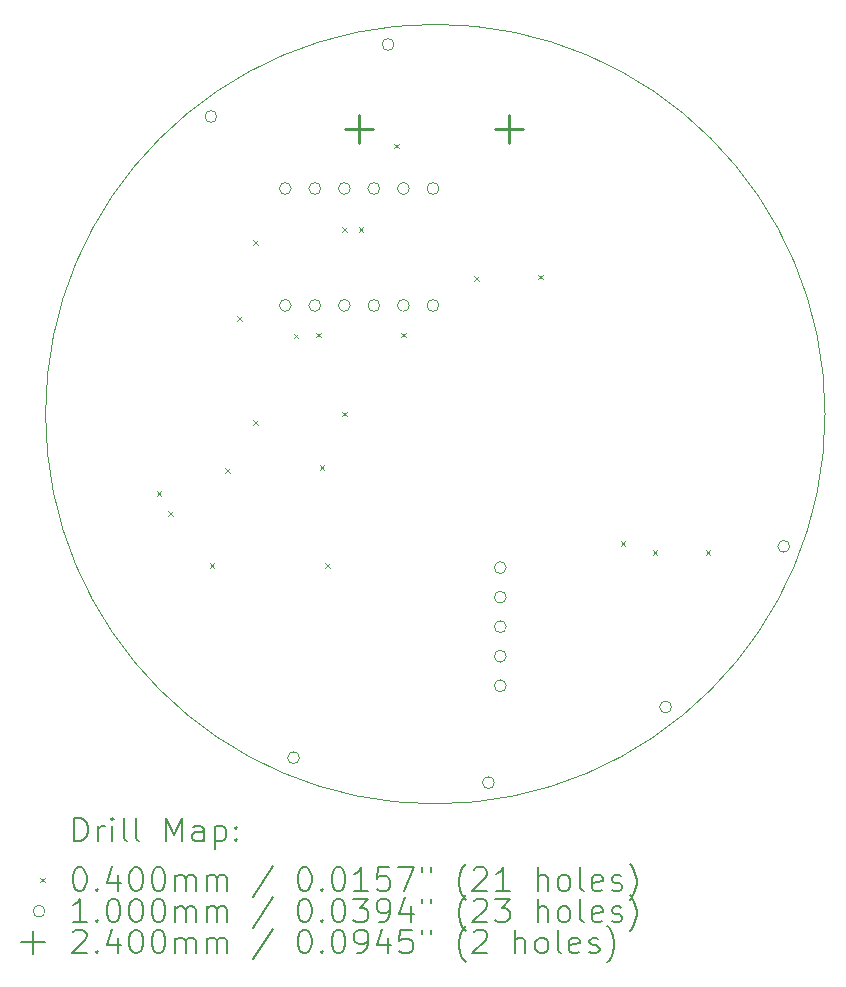
<source format=gbr>
%TF.GenerationSoftware,KiCad,Pcbnew,7.0.1*%
%TF.CreationDate,2023-05-12T08:34:51-04:00*%
%TF.ProjectId,digital_compass,64696769-7461-46c5-9f63-6f6d70617373,rev?*%
%TF.SameCoordinates,Original*%
%TF.FileFunction,Drillmap*%
%TF.FilePolarity,Positive*%
%FSLAX45Y45*%
G04 Gerber Fmt 4.5, Leading zero omitted, Abs format (unit mm)*
G04 Created by KiCad (PCBNEW 7.0.1) date 2023-05-12 08:34:51*
%MOMM*%
%LPD*%
G01*
G04 APERTURE LIST*
%ADD10C,0.100000*%
%ADD11C,0.200000*%
%ADD12C,0.040000*%
%ADD13C,0.240000*%
G04 APERTURE END LIST*
D10*
X13300000Y-10000000D02*
G75*
G03*
X13300000Y-10000000I-3300000J0D01*
G01*
D11*
D12*
X7640000Y-10650000D02*
X7680000Y-10690000D01*
X7680000Y-10650000D02*
X7640000Y-10690000D01*
X7740000Y-10820000D02*
X7780000Y-10860000D01*
X7780000Y-10820000D02*
X7740000Y-10860000D01*
X8090000Y-11260000D02*
X8130000Y-11300000D01*
X8130000Y-11260000D02*
X8090000Y-11300000D01*
X8220000Y-10460000D02*
X8260000Y-10500000D01*
X8260000Y-10460000D02*
X8220000Y-10500000D01*
X8320000Y-9170000D02*
X8360000Y-9210000D01*
X8360000Y-9170000D02*
X8320000Y-9210000D01*
X8460000Y-8530000D02*
X8500000Y-8570000D01*
X8500000Y-8530000D02*
X8460000Y-8570000D01*
X8460000Y-10050000D02*
X8500000Y-10090000D01*
X8500000Y-10050000D02*
X8460000Y-10090000D01*
X8800000Y-9320000D02*
X8840000Y-9360000D01*
X8840000Y-9320000D02*
X8800000Y-9360000D01*
X8990000Y-9310000D02*
X9030000Y-9350000D01*
X9030000Y-9310000D02*
X8990000Y-9350000D01*
X9020000Y-10430000D02*
X9060000Y-10470000D01*
X9060000Y-10430000D02*
X9020000Y-10470000D01*
X9070000Y-11260000D02*
X9110000Y-11300000D01*
X9110000Y-11260000D02*
X9070000Y-11300000D01*
X9210000Y-8420000D02*
X9250000Y-8460000D01*
X9250000Y-8420000D02*
X9210000Y-8460000D01*
X9210000Y-9980000D02*
X9250000Y-10020000D01*
X9250000Y-9980000D02*
X9210000Y-10020000D01*
X9350000Y-8420000D02*
X9390000Y-8460000D01*
X9390000Y-8420000D02*
X9350000Y-8460000D01*
X9650000Y-7710000D02*
X9690000Y-7750000D01*
X9690000Y-7710000D02*
X9650000Y-7750000D01*
X9710000Y-9310000D02*
X9750000Y-9350000D01*
X9750000Y-9310000D02*
X9710000Y-9350000D01*
X10330000Y-8830000D02*
X10370000Y-8870000D01*
X10370000Y-8830000D02*
X10330000Y-8870000D01*
X10870000Y-8820000D02*
X10910000Y-8860000D01*
X10910000Y-8820000D02*
X10870000Y-8860000D01*
X11570000Y-11077550D02*
X11610000Y-11117550D01*
X11610000Y-11077550D02*
X11570000Y-11117550D01*
X11840000Y-11150000D02*
X11880000Y-11190000D01*
X11880000Y-11150000D02*
X11840000Y-11190000D01*
X12290000Y-11150000D02*
X12330000Y-11190000D01*
X12330000Y-11150000D02*
X12290000Y-11190000D01*
D10*
X8150000Y-7480000D02*
G75*
G03*
X8150000Y-7480000I-50000J0D01*
G01*
X8780000Y-8090000D02*
G75*
G03*
X8780000Y-8090000I-50000J0D01*
G01*
X8780000Y-9080000D02*
G75*
G03*
X8780000Y-9080000I-50000J0D01*
G01*
X8850000Y-12910000D02*
G75*
G03*
X8850000Y-12910000I-50000J0D01*
G01*
X9030000Y-8090000D02*
G75*
G03*
X9030000Y-8090000I-50000J0D01*
G01*
X9030000Y-9080000D02*
G75*
G03*
X9030000Y-9080000I-50000J0D01*
G01*
X9280000Y-8090000D02*
G75*
G03*
X9280000Y-8090000I-50000J0D01*
G01*
X9280000Y-9080000D02*
G75*
G03*
X9280000Y-9080000I-50000J0D01*
G01*
X9530000Y-8090000D02*
G75*
G03*
X9530000Y-8090000I-50000J0D01*
G01*
X9530000Y-9080000D02*
G75*
G03*
X9530000Y-9080000I-50000J0D01*
G01*
X9650000Y-6870000D02*
G75*
G03*
X9650000Y-6870000I-50000J0D01*
G01*
X9780000Y-8090000D02*
G75*
G03*
X9780000Y-8090000I-50000J0D01*
G01*
X9780000Y-9080000D02*
G75*
G03*
X9780000Y-9080000I-50000J0D01*
G01*
X10030000Y-8090000D02*
G75*
G03*
X10030000Y-8090000I-50000J0D01*
G01*
X10030000Y-9080000D02*
G75*
G03*
X10030000Y-9080000I-50000J0D01*
G01*
X10500000Y-13120000D02*
G75*
G03*
X10500000Y-13120000I-50000J0D01*
G01*
X10600000Y-11300000D02*
G75*
G03*
X10600000Y-11300000I-50000J0D01*
G01*
X10600000Y-11550000D02*
G75*
G03*
X10600000Y-11550000I-50000J0D01*
G01*
X10600000Y-11800000D02*
G75*
G03*
X10600000Y-11800000I-50000J0D01*
G01*
X10600000Y-12050000D02*
G75*
G03*
X10600000Y-12050000I-50000J0D01*
G01*
X10600000Y-12300000D02*
G75*
G03*
X10600000Y-12300000I-50000J0D01*
G01*
X12000000Y-12480000D02*
G75*
G03*
X12000000Y-12480000I-50000J0D01*
G01*
X13000000Y-11120000D02*
G75*
G03*
X13000000Y-11120000I-50000J0D01*
G01*
D13*
X9355000Y-7465000D02*
X9355000Y-7705000D01*
X9235000Y-7585000D02*
X9475000Y-7585000D01*
X10625000Y-7465000D02*
X10625000Y-7705000D01*
X10505000Y-7585000D02*
X10745000Y-7585000D01*
D11*
X6942619Y-13617524D02*
X6942619Y-13417524D01*
X6942619Y-13417524D02*
X6990238Y-13417524D01*
X6990238Y-13417524D02*
X7018809Y-13427048D01*
X7018809Y-13427048D02*
X7037857Y-13446095D01*
X7037857Y-13446095D02*
X7047381Y-13465143D01*
X7047381Y-13465143D02*
X7056905Y-13503238D01*
X7056905Y-13503238D02*
X7056905Y-13531809D01*
X7056905Y-13531809D02*
X7047381Y-13569905D01*
X7047381Y-13569905D02*
X7037857Y-13588952D01*
X7037857Y-13588952D02*
X7018809Y-13608000D01*
X7018809Y-13608000D02*
X6990238Y-13617524D01*
X6990238Y-13617524D02*
X6942619Y-13617524D01*
X7142619Y-13617524D02*
X7142619Y-13484190D01*
X7142619Y-13522286D02*
X7152143Y-13503238D01*
X7152143Y-13503238D02*
X7161667Y-13493714D01*
X7161667Y-13493714D02*
X7180714Y-13484190D01*
X7180714Y-13484190D02*
X7199762Y-13484190D01*
X7266428Y-13617524D02*
X7266428Y-13484190D01*
X7266428Y-13417524D02*
X7256905Y-13427048D01*
X7256905Y-13427048D02*
X7266428Y-13436571D01*
X7266428Y-13436571D02*
X7275952Y-13427048D01*
X7275952Y-13427048D02*
X7266428Y-13417524D01*
X7266428Y-13417524D02*
X7266428Y-13436571D01*
X7390238Y-13617524D02*
X7371190Y-13608000D01*
X7371190Y-13608000D02*
X7361667Y-13588952D01*
X7361667Y-13588952D02*
X7361667Y-13417524D01*
X7495000Y-13617524D02*
X7475952Y-13608000D01*
X7475952Y-13608000D02*
X7466428Y-13588952D01*
X7466428Y-13588952D02*
X7466428Y-13417524D01*
X7723571Y-13617524D02*
X7723571Y-13417524D01*
X7723571Y-13417524D02*
X7790238Y-13560381D01*
X7790238Y-13560381D02*
X7856905Y-13417524D01*
X7856905Y-13417524D02*
X7856905Y-13617524D01*
X8037857Y-13617524D02*
X8037857Y-13512762D01*
X8037857Y-13512762D02*
X8028333Y-13493714D01*
X8028333Y-13493714D02*
X8009286Y-13484190D01*
X8009286Y-13484190D02*
X7971190Y-13484190D01*
X7971190Y-13484190D02*
X7952143Y-13493714D01*
X8037857Y-13608000D02*
X8018809Y-13617524D01*
X8018809Y-13617524D02*
X7971190Y-13617524D01*
X7971190Y-13617524D02*
X7952143Y-13608000D01*
X7952143Y-13608000D02*
X7942619Y-13588952D01*
X7942619Y-13588952D02*
X7942619Y-13569905D01*
X7942619Y-13569905D02*
X7952143Y-13550857D01*
X7952143Y-13550857D02*
X7971190Y-13541333D01*
X7971190Y-13541333D02*
X8018809Y-13541333D01*
X8018809Y-13541333D02*
X8037857Y-13531809D01*
X8133095Y-13484190D02*
X8133095Y-13684190D01*
X8133095Y-13493714D02*
X8152143Y-13484190D01*
X8152143Y-13484190D02*
X8190238Y-13484190D01*
X8190238Y-13484190D02*
X8209286Y-13493714D01*
X8209286Y-13493714D02*
X8218809Y-13503238D01*
X8218809Y-13503238D02*
X8228333Y-13522286D01*
X8228333Y-13522286D02*
X8228333Y-13579428D01*
X8228333Y-13579428D02*
X8218809Y-13598476D01*
X8218809Y-13598476D02*
X8209286Y-13608000D01*
X8209286Y-13608000D02*
X8190238Y-13617524D01*
X8190238Y-13617524D02*
X8152143Y-13617524D01*
X8152143Y-13617524D02*
X8133095Y-13608000D01*
X8314048Y-13598476D02*
X8323571Y-13608000D01*
X8323571Y-13608000D02*
X8314048Y-13617524D01*
X8314048Y-13617524D02*
X8304524Y-13608000D01*
X8304524Y-13608000D02*
X8314048Y-13598476D01*
X8314048Y-13598476D02*
X8314048Y-13617524D01*
X8314048Y-13493714D02*
X8323571Y-13503238D01*
X8323571Y-13503238D02*
X8314048Y-13512762D01*
X8314048Y-13512762D02*
X8304524Y-13503238D01*
X8304524Y-13503238D02*
X8314048Y-13493714D01*
X8314048Y-13493714D02*
X8314048Y-13512762D01*
D12*
X6655000Y-13925000D02*
X6695000Y-13965000D01*
X6695000Y-13925000D02*
X6655000Y-13965000D01*
D11*
X6980714Y-13837524D02*
X6999762Y-13837524D01*
X6999762Y-13837524D02*
X7018809Y-13847048D01*
X7018809Y-13847048D02*
X7028333Y-13856571D01*
X7028333Y-13856571D02*
X7037857Y-13875619D01*
X7037857Y-13875619D02*
X7047381Y-13913714D01*
X7047381Y-13913714D02*
X7047381Y-13961333D01*
X7047381Y-13961333D02*
X7037857Y-13999428D01*
X7037857Y-13999428D02*
X7028333Y-14018476D01*
X7028333Y-14018476D02*
X7018809Y-14028000D01*
X7018809Y-14028000D02*
X6999762Y-14037524D01*
X6999762Y-14037524D02*
X6980714Y-14037524D01*
X6980714Y-14037524D02*
X6961667Y-14028000D01*
X6961667Y-14028000D02*
X6952143Y-14018476D01*
X6952143Y-14018476D02*
X6942619Y-13999428D01*
X6942619Y-13999428D02*
X6933095Y-13961333D01*
X6933095Y-13961333D02*
X6933095Y-13913714D01*
X6933095Y-13913714D02*
X6942619Y-13875619D01*
X6942619Y-13875619D02*
X6952143Y-13856571D01*
X6952143Y-13856571D02*
X6961667Y-13847048D01*
X6961667Y-13847048D02*
X6980714Y-13837524D01*
X7133095Y-14018476D02*
X7142619Y-14028000D01*
X7142619Y-14028000D02*
X7133095Y-14037524D01*
X7133095Y-14037524D02*
X7123571Y-14028000D01*
X7123571Y-14028000D02*
X7133095Y-14018476D01*
X7133095Y-14018476D02*
X7133095Y-14037524D01*
X7314048Y-13904190D02*
X7314048Y-14037524D01*
X7266428Y-13828000D02*
X7218809Y-13970857D01*
X7218809Y-13970857D02*
X7342619Y-13970857D01*
X7456905Y-13837524D02*
X7475952Y-13837524D01*
X7475952Y-13837524D02*
X7495000Y-13847048D01*
X7495000Y-13847048D02*
X7504524Y-13856571D01*
X7504524Y-13856571D02*
X7514048Y-13875619D01*
X7514048Y-13875619D02*
X7523571Y-13913714D01*
X7523571Y-13913714D02*
X7523571Y-13961333D01*
X7523571Y-13961333D02*
X7514048Y-13999428D01*
X7514048Y-13999428D02*
X7504524Y-14018476D01*
X7504524Y-14018476D02*
X7495000Y-14028000D01*
X7495000Y-14028000D02*
X7475952Y-14037524D01*
X7475952Y-14037524D02*
X7456905Y-14037524D01*
X7456905Y-14037524D02*
X7437857Y-14028000D01*
X7437857Y-14028000D02*
X7428333Y-14018476D01*
X7428333Y-14018476D02*
X7418809Y-13999428D01*
X7418809Y-13999428D02*
X7409286Y-13961333D01*
X7409286Y-13961333D02*
X7409286Y-13913714D01*
X7409286Y-13913714D02*
X7418809Y-13875619D01*
X7418809Y-13875619D02*
X7428333Y-13856571D01*
X7428333Y-13856571D02*
X7437857Y-13847048D01*
X7437857Y-13847048D02*
X7456905Y-13837524D01*
X7647381Y-13837524D02*
X7666429Y-13837524D01*
X7666429Y-13837524D02*
X7685476Y-13847048D01*
X7685476Y-13847048D02*
X7695000Y-13856571D01*
X7695000Y-13856571D02*
X7704524Y-13875619D01*
X7704524Y-13875619D02*
X7714048Y-13913714D01*
X7714048Y-13913714D02*
X7714048Y-13961333D01*
X7714048Y-13961333D02*
X7704524Y-13999428D01*
X7704524Y-13999428D02*
X7695000Y-14018476D01*
X7695000Y-14018476D02*
X7685476Y-14028000D01*
X7685476Y-14028000D02*
X7666429Y-14037524D01*
X7666429Y-14037524D02*
X7647381Y-14037524D01*
X7647381Y-14037524D02*
X7628333Y-14028000D01*
X7628333Y-14028000D02*
X7618809Y-14018476D01*
X7618809Y-14018476D02*
X7609286Y-13999428D01*
X7609286Y-13999428D02*
X7599762Y-13961333D01*
X7599762Y-13961333D02*
X7599762Y-13913714D01*
X7599762Y-13913714D02*
X7609286Y-13875619D01*
X7609286Y-13875619D02*
X7618809Y-13856571D01*
X7618809Y-13856571D02*
X7628333Y-13847048D01*
X7628333Y-13847048D02*
X7647381Y-13837524D01*
X7799762Y-14037524D02*
X7799762Y-13904190D01*
X7799762Y-13923238D02*
X7809286Y-13913714D01*
X7809286Y-13913714D02*
X7828333Y-13904190D01*
X7828333Y-13904190D02*
X7856905Y-13904190D01*
X7856905Y-13904190D02*
X7875952Y-13913714D01*
X7875952Y-13913714D02*
X7885476Y-13932762D01*
X7885476Y-13932762D02*
X7885476Y-14037524D01*
X7885476Y-13932762D02*
X7895000Y-13913714D01*
X7895000Y-13913714D02*
X7914048Y-13904190D01*
X7914048Y-13904190D02*
X7942619Y-13904190D01*
X7942619Y-13904190D02*
X7961667Y-13913714D01*
X7961667Y-13913714D02*
X7971190Y-13932762D01*
X7971190Y-13932762D02*
X7971190Y-14037524D01*
X8066429Y-14037524D02*
X8066429Y-13904190D01*
X8066429Y-13923238D02*
X8075952Y-13913714D01*
X8075952Y-13913714D02*
X8095000Y-13904190D01*
X8095000Y-13904190D02*
X8123571Y-13904190D01*
X8123571Y-13904190D02*
X8142619Y-13913714D01*
X8142619Y-13913714D02*
X8152143Y-13932762D01*
X8152143Y-13932762D02*
X8152143Y-14037524D01*
X8152143Y-13932762D02*
X8161667Y-13913714D01*
X8161667Y-13913714D02*
X8180714Y-13904190D01*
X8180714Y-13904190D02*
X8209286Y-13904190D01*
X8209286Y-13904190D02*
X8228333Y-13913714D01*
X8228333Y-13913714D02*
X8237857Y-13932762D01*
X8237857Y-13932762D02*
X8237857Y-14037524D01*
X8628333Y-13828000D02*
X8456905Y-14085143D01*
X8885476Y-13837524D02*
X8904524Y-13837524D01*
X8904524Y-13837524D02*
X8923572Y-13847048D01*
X8923572Y-13847048D02*
X8933095Y-13856571D01*
X8933095Y-13856571D02*
X8942619Y-13875619D01*
X8942619Y-13875619D02*
X8952143Y-13913714D01*
X8952143Y-13913714D02*
X8952143Y-13961333D01*
X8952143Y-13961333D02*
X8942619Y-13999428D01*
X8942619Y-13999428D02*
X8933095Y-14018476D01*
X8933095Y-14018476D02*
X8923572Y-14028000D01*
X8923572Y-14028000D02*
X8904524Y-14037524D01*
X8904524Y-14037524D02*
X8885476Y-14037524D01*
X8885476Y-14037524D02*
X8866429Y-14028000D01*
X8866429Y-14028000D02*
X8856905Y-14018476D01*
X8856905Y-14018476D02*
X8847381Y-13999428D01*
X8847381Y-13999428D02*
X8837857Y-13961333D01*
X8837857Y-13961333D02*
X8837857Y-13913714D01*
X8837857Y-13913714D02*
X8847381Y-13875619D01*
X8847381Y-13875619D02*
X8856905Y-13856571D01*
X8856905Y-13856571D02*
X8866429Y-13847048D01*
X8866429Y-13847048D02*
X8885476Y-13837524D01*
X9037857Y-14018476D02*
X9047381Y-14028000D01*
X9047381Y-14028000D02*
X9037857Y-14037524D01*
X9037857Y-14037524D02*
X9028334Y-14028000D01*
X9028334Y-14028000D02*
X9037857Y-14018476D01*
X9037857Y-14018476D02*
X9037857Y-14037524D01*
X9171191Y-13837524D02*
X9190238Y-13837524D01*
X9190238Y-13837524D02*
X9209286Y-13847048D01*
X9209286Y-13847048D02*
X9218810Y-13856571D01*
X9218810Y-13856571D02*
X9228334Y-13875619D01*
X9228334Y-13875619D02*
X9237857Y-13913714D01*
X9237857Y-13913714D02*
X9237857Y-13961333D01*
X9237857Y-13961333D02*
X9228334Y-13999428D01*
X9228334Y-13999428D02*
X9218810Y-14018476D01*
X9218810Y-14018476D02*
X9209286Y-14028000D01*
X9209286Y-14028000D02*
X9190238Y-14037524D01*
X9190238Y-14037524D02*
X9171191Y-14037524D01*
X9171191Y-14037524D02*
X9152143Y-14028000D01*
X9152143Y-14028000D02*
X9142619Y-14018476D01*
X9142619Y-14018476D02*
X9133095Y-13999428D01*
X9133095Y-13999428D02*
X9123572Y-13961333D01*
X9123572Y-13961333D02*
X9123572Y-13913714D01*
X9123572Y-13913714D02*
X9133095Y-13875619D01*
X9133095Y-13875619D02*
X9142619Y-13856571D01*
X9142619Y-13856571D02*
X9152143Y-13847048D01*
X9152143Y-13847048D02*
X9171191Y-13837524D01*
X9428334Y-14037524D02*
X9314048Y-14037524D01*
X9371191Y-14037524D02*
X9371191Y-13837524D01*
X9371191Y-13837524D02*
X9352143Y-13866095D01*
X9352143Y-13866095D02*
X9333095Y-13885143D01*
X9333095Y-13885143D02*
X9314048Y-13894667D01*
X9609286Y-13837524D02*
X9514048Y-13837524D01*
X9514048Y-13837524D02*
X9504524Y-13932762D01*
X9504524Y-13932762D02*
X9514048Y-13923238D01*
X9514048Y-13923238D02*
X9533095Y-13913714D01*
X9533095Y-13913714D02*
X9580715Y-13913714D01*
X9580715Y-13913714D02*
X9599762Y-13923238D01*
X9599762Y-13923238D02*
X9609286Y-13932762D01*
X9609286Y-13932762D02*
X9618810Y-13951809D01*
X9618810Y-13951809D02*
X9618810Y-13999428D01*
X9618810Y-13999428D02*
X9609286Y-14018476D01*
X9609286Y-14018476D02*
X9599762Y-14028000D01*
X9599762Y-14028000D02*
X9580715Y-14037524D01*
X9580715Y-14037524D02*
X9533095Y-14037524D01*
X9533095Y-14037524D02*
X9514048Y-14028000D01*
X9514048Y-14028000D02*
X9504524Y-14018476D01*
X9685476Y-13837524D02*
X9818810Y-13837524D01*
X9818810Y-13837524D02*
X9733095Y-14037524D01*
X9885476Y-13837524D02*
X9885476Y-13875619D01*
X9961667Y-13837524D02*
X9961667Y-13875619D01*
X10256905Y-14113714D02*
X10247381Y-14104190D01*
X10247381Y-14104190D02*
X10228334Y-14075619D01*
X10228334Y-14075619D02*
X10218810Y-14056571D01*
X10218810Y-14056571D02*
X10209286Y-14028000D01*
X10209286Y-14028000D02*
X10199762Y-13980381D01*
X10199762Y-13980381D02*
X10199762Y-13942286D01*
X10199762Y-13942286D02*
X10209286Y-13894667D01*
X10209286Y-13894667D02*
X10218810Y-13866095D01*
X10218810Y-13866095D02*
X10228334Y-13847048D01*
X10228334Y-13847048D02*
X10247381Y-13818476D01*
X10247381Y-13818476D02*
X10256905Y-13808952D01*
X10323572Y-13856571D02*
X10333096Y-13847048D01*
X10333096Y-13847048D02*
X10352143Y-13837524D01*
X10352143Y-13837524D02*
X10399762Y-13837524D01*
X10399762Y-13837524D02*
X10418810Y-13847048D01*
X10418810Y-13847048D02*
X10428334Y-13856571D01*
X10428334Y-13856571D02*
X10437857Y-13875619D01*
X10437857Y-13875619D02*
X10437857Y-13894667D01*
X10437857Y-13894667D02*
X10428334Y-13923238D01*
X10428334Y-13923238D02*
X10314048Y-14037524D01*
X10314048Y-14037524D02*
X10437857Y-14037524D01*
X10628334Y-14037524D02*
X10514048Y-14037524D01*
X10571191Y-14037524D02*
X10571191Y-13837524D01*
X10571191Y-13837524D02*
X10552143Y-13866095D01*
X10552143Y-13866095D02*
X10533096Y-13885143D01*
X10533096Y-13885143D02*
X10514048Y-13894667D01*
X10866429Y-14037524D02*
X10866429Y-13837524D01*
X10952143Y-14037524D02*
X10952143Y-13932762D01*
X10952143Y-13932762D02*
X10942619Y-13913714D01*
X10942619Y-13913714D02*
X10923572Y-13904190D01*
X10923572Y-13904190D02*
X10895000Y-13904190D01*
X10895000Y-13904190D02*
X10875953Y-13913714D01*
X10875953Y-13913714D02*
X10866429Y-13923238D01*
X11075953Y-14037524D02*
X11056905Y-14028000D01*
X11056905Y-14028000D02*
X11047381Y-14018476D01*
X11047381Y-14018476D02*
X11037858Y-13999428D01*
X11037858Y-13999428D02*
X11037858Y-13942286D01*
X11037858Y-13942286D02*
X11047381Y-13923238D01*
X11047381Y-13923238D02*
X11056905Y-13913714D01*
X11056905Y-13913714D02*
X11075953Y-13904190D01*
X11075953Y-13904190D02*
X11104524Y-13904190D01*
X11104524Y-13904190D02*
X11123572Y-13913714D01*
X11123572Y-13913714D02*
X11133096Y-13923238D01*
X11133096Y-13923238D02*
X11142619Y-13942286D01*
X11142619Y-13942286D02*
X11142619Y-13999428D01*
X11142619Y-13999428D02*
X11133096Y-14018476D01*
X11133096Y-14018476D02*
X11123572Y-14028000D01*
X11123572Y-14028000D02*
X11104524Y-14037524D01*
X11104524Y-14037524D02*
X11075953Y-14037524D01*
X11256905Y-14037524D02*
X11237857Y-14028000D01*
X11237857Y-14028000D02*
X11228334Y-14008952D01*
X11228334Y-14008952D02*
X11228334Y-13837524D01*
X11409286Y-14028000D02*
X11390238Y-14037524D01*
X11390238Y-14037524D02*
X11352143Y-14037524D01*
X11352143Y-14037524D02*
X11333096Y-14028000D01*
X11333096Y-14028000D02*
X11323572Y-14008952D01*
X11323572Y-14008952D02*
X11323572Y-13932762D01*
X11323572Y-13932762D02*
X11333096Y-13913714D01*
X11333096Y-13913714D02*
X11352143Y-13904190D01*
X11352143Y-13904190D02*
X11390238Y-13904190D01*
X11390238Y-13904190D02*
X11409286Y-13913714D01*
X11409286Y-13913714D02*
X11418810Y-13932762D01*
X11418810Y-13932762D02*
X11418810Y-13951809D01*
X11418810Y-13951809D02*
X11323572Y-13970857D01*
X11495000Y-14028000D02*
X11514048Y-14037524D01*
X11514048Y-14037524D02*
X11552143Y-14037524D01*
X11552143Y-14037524D02*
X11571191Y-14028000D01*
X11571191Y-14028000D02*
X11580715Y-14008952D01*
X11580715Y-14008952D02*
X11580715Y-13999428D01*
X11580715Y-13999428D02*
X11571191Y-13980381D01*
X11571191Y-13980381D02*
X11552143Y-13970857D01*
X11552143Y-13970857D02*
X11523572Y-13970857D01*
X11523572Y-13970857D02*
X11504524Y-13961333D01*
X11504524Y-13961333D02*
X11495000Y-13942286D01*
X11495000Y-13942286D02*
X11495000Y-13932762D01*
X11495000Y-13932762D02*
X11504524Y-13913714D01*
X11504524Y-13913714D02*
X11523572Y-13904190D01*
X11523572Y-13904190D02*
X11552143Y-13904190D01*
X11552143Y-13904190D02*
X11571191Y-13913714D01*
X11647381Y-14113714D02*
X11656905Y-14104190D01*
X11656905Y-14104190D02*
X11675953Y-14075619D01*
X11675953Y-14075619D02*
X11685477Y-14056571D01*
X11685477Y-14056571D02*
X11695000Y-14028000D01*
X11695000Y-14028000D02*
X11704524Y-13980381D01*
X11704524Y-13980381D02*
X11704524Y-13942286D01*
X11704524Y-13942286D02*
X11695000Y-13894667D01*
X11695000Y-13894667D02*
X11685477Y-13866095D01*
X11685477Y-13866095D02*
X11675953Y-13847048D01*
X11675953Y-13847048D02*
X11656905Y-13818476D01*
X11656905Y-13818476D02*
X11647381Y-13808952D01*
D10*
X6695000Y-14209000D02*
G75*
G03*
X6695000Y-14209000I-50000J0D01*
G01*
D11*
X7047381Y-14301524D02*
X6933095Y-14301524D01*
X6990238Y-14301524D02*
X6990238Y-14101524D01*
X6990238Y-14101524D02*
X6971190Y-14130095D01*
X6971190Y-14130095D02*
X6952143Y-14149143D01*
X6952143Y-14149143D02*
X6933095Y-14158667D01*
X7133095Y-14282476D02*
X7142619Y-14292000D01*
X7142619Y-14292000D02*
X7133095Y-14301524D01*
X7133095Y-14301524D02*
X7123571Y-14292000D01*
X7123571Y-14292000D02*
X7133095Y-14282476D01*
X7133095Y-14282476D02*
X7133095Y-14301524D01*
X7266428Y-14101524D02*
X7285476Y-14101524D01*
X7285476Y-14101524D02*
X7304524Y-14111048D01*
X7304524Y-14111048D02*
X7314048Y-14120571D01*
X7314048Y-14120571D02*
X7323571Y-14139619D01*
X7323571Y-14139619D02*
X7333095Y-14177714D01*
X7333095Y-14177714D02*
X7333095Y-14225333D01*
X7333095Y-14225333D02*
X7323571Y-14263428D01*
X7323571Y-14263428D02*
X7314048Y-14282476D01*
X7314048Y-14282476D02*
X7304524Y-14292000D01*
X7304524Y-14292000D02*
X7285476Y-14301524D01*
X7285476Y-14301524D02*
X7266428Y-14301524D01*
X7266428Y-14301524D02*
X7247381Y-14292000D01*
X7247381Y-14292000D02*
X7237857Y-14282476D01*
X7237857Y-14282476D02*
X7228333Y-14263428D01*
X7228333Y-14263428D02*
X7218809Y-14225333D01*
X7218809Y-14225333D02*
X7218809Y-14177714D01*
X7218809Y-14177714D02*
X7228333Y-14139619D01*
X7228333Y-14139619D02*
X7237857Y-14120571D01*
X7237857Y-14120571D02*
X7247381Y-14111048D01*
X7247381Y-14111048D02*
X7266428Y-14101524D01*
X7456905Y-14101524D02*
X7475952Y-14101524D01*
X7475952Y-14101524D02*
X7495000Y-14111048D01*
X7495000Y-14111048D02*
X7504524Y-14120571D01*
X7504524Y-14120571D02*
X7514048Y-14139619D01*
X7514048Y-14139619D02*
X7523571Y-14177714D01*
X7523571Y-14177714D02*
X7523571Y-14225333D01*
X7523571Y-14225333D02*
X7514048Y-14263428D01*
X7514048Y-14263428D02*
X7504524Y-14282476D01*
X7504524Y-14282476D02*
X7495000Y-14292000D01*
X7495000Y-14292000D02*
X7475952Y-14301524D01*
X7475952Y-14301524D02*
X7456905Y-14301524D01*
X7456905Y-14301524D02*
X7437857Y-14292000D01*
X7437857Y-14292000D02*
X7428333Y-14282476D01*
X7428333Y-14282476D02*
X7418809Y-14263428D01*
X7418809Y-14263428D02*
X7409286Y-14225333D01*
X7409286Y-14225333D02*
X7409286Y-14177714D01*
X7409286Y-14177714D02*
X7418809Y-14139619D01*
X7418809Y-14139619D02*
X7428333Y-14120571D01*
X7428333Y-14120571D02*
X7437857Y-14111048D01*
X7437857Y-14111048D02*
X7456905Y-14101524D01*
X7647381Y-14101524D02*
X7666429Y-14101524D01*
X7666429Y-14101524D02*
X7685476Y-14111048D01*
X7685476Y-14111048D02*
X7695000Y-14120571D01*
X7695000Y-14120571D02*
X7704524Y-14139619D01*
X7704524Y-14139619D02*
X7714048Y-14177714D01*
X7714048Y-14177714D02*
X7714048Y-14225333D01*
X7714048Y-14225333D02*
X7704524Y-14263428D01*
X7704524Y-14263428D02*
X7695000Y-14282476D01*
X7695000Y-14282476D02*
X7685476Y-14292000D01*
X7685476Y-14292000D02*
X7666429Y-14301524D01*
X7666429Y-14301524D02*
X7647381Y-14301524D01*
X7647381Y-14301524D02*
X7628333Y-14292000D01*
X7628333Y-14292000D02*
X7618809Y-14282476D01*
X7618809Y-14282476D02*
X7609286Y-14263428D01*
X7609286Y-14263428D02*
X7599762Y-14225333D01*
X7599762Y-14225333D02*
X7599762Y-14177714D01*
X7599762Y-14177714D02*
X7609286Y-14139619D01*
X7609286Y-14139619D02*
X7618809Y-14120571D01*
X7618809Y-14120571D02*
X7628333Y-14111048D01*
X7628333Y-14111048D02*
X7647381Y-14101524D01*
X7799762Y-14301524D02*
X7799762Y-14168190D01*
X7799762Y-14187238D02*
X7809286Y-14177714D01*
X7809286Y-14177714D02*
X7828333Y-14168190D01*
X7828333Y-14168190D02*
X7856905Y-14168190D01*
X7856905Y-14168190D02*
X7875952Y-14177714D01*
X7875952Y-14177714D02*
X7885476Y-14196762D01*
X7885476Y-14196762D02*
X7885476Y-14301524D01*
X7885476Y-14196762D02*
X7895000Y-14177714D01*
X7895000Y-14177714D02*
X7914048Y-14168190D01*
X7914048Y-14168190D02*
X7942619Y-14168190D01*
X7942619Y-14168190D02*
X7961667Y-14177714D01*
X7961667Y-14177714D02*
X7971190Y-14196762D01*
X7971190Y-14196762D02*
X7971190Y-14301524D01*
X8066429Y-14301524D02*
X8066429Y-14168190D01*
X8066429Y-14187238D02*
X8075952Y-14177714D01*
X8075952Y-14177714D02*
X8095000Y-14168190D01*
X8095000Y-14168190D02*
X8123571Y-14168190D01*
X8123571Y-14168190D02*
X8142619Y-14177714D01*
X8142619Y-14177714D02*
X8152143Y-14196762D01*
X8152143Y-14196762D02*
X8152143Y-14301524D01*
X8152143Y-14196762D02*
X8161667Y-14177714D01*
X8161667Y-14177714D02*
X8180714Y-14168190D01*
X8180714Y-14168190D02*
X8209286Y-14168190D01*
X8209286Y-14168190D02*
X8228333Y-14177714D01*
X8228333Y-14177714D02*
X8237857Y-14196762D01*
X8237857Y-14196762D02*
X8237857Y-14301524D01*
X8628333Y-14092000D02*
X8456905Y-14349143D01*
X8885476Y-14101524D02*
X8904524Y-14101524D01*
X8904524Y-14101524D02*
X8923572Y-14111048D01*
X8923572Y-14111048D02*
X8933095Y-14120571D01*
X8933095Y-14120571D02*
X8942619Y-14139619D01*
X8942619Y-14139619D02*
X8952143Y-14177714D01*
X8952143Y-14177714D02*
X8952143Y-14225333D01*
X8952143Y-14225333D02*
X8942619Y-14263428D01*
X8942619Y-14263428D02*
X8933095Y-14282476D01*
X8933095Y-14282476D02*
X8923572Y-14292000D01*
X8923572Y-14292000D02*
X8904524Y-14301524D01*
X8904524Y-14301524D02*
X8885476Y-14301524D01*
X8885476Y-14301524D02*
X8866429Y-14292000D01*
X8866429Y-14292000D02*
X8856905Y-14282476D01*
X8856905Y-14282476D02*
X8847381Y-14263428D01*
X8847381Y-14263428D02*
X8837857Y-14225333D01*
X8837857Y-14225333D02*
X8837857Y-14177714D01*
X8837857Y-14177714D02*
X8847381Y-14139619D01*
X8847381Y-14139619D02*
X8856905Y-14120571D01*
X8856905Y-14120571D02*
X8866429Y-14111048D01*
X8866429Y-14111048D02*
X8885476Y-14101524D01*
X9037857Y-14282476D02*
X9047381Y-14292000D01*
X9047381Y-14292000D02*
X9037857Y-14301524D01*
X9037857Y-14301524D02*
X9028334Y-14292000D01*
X9028334Y-14292000D02*
X9037857Y-14282476D01*
X9037857Y-14282476D02*
X9037857Y-14301524D01*
X9171191Y-14101524D02*
X9190238Y-14101524D01*
X9190238Y-14101524D02*
X9209286Y-14111048D01*
X9209286Y-14111048D02*
X9218810Y-14120571D01*
X9218810Y-14120571D02*
X9228334Y-14139619D01*
X9228334Y-14139619D02*
X9237857Y-14177714D01*
X9237857Y-14177714D02*
X9237857Y-14225333D01*
X9237857Y-14225333D02*
X9228334Y-14263428D01*
X9228334Y-14263428D02*
X9218810Y-14282476D01*
X9218810Y-14282476D02*
X9209286Y-14292000D01*
X9209286Y-14292000D02*
X9190238Y-14301524D01*
X9190238Y-14301524D02*
X9171191Y-14301524D01*
X9171191Y-14301524D02*
X9152143Y-14292000D01*
X9152143Y-14292000D02*
X9142619Y-14282476D01*
X9142619Y-14282476D02*
X9133095Y-14263428D01*
X9133095Y-14263428D02*
X9123572Y-14225333D01*
X9123572Y-14225333D02*
X9123572Y-14177714D01*
X9123572Y-14177714D02*
X9133095Y-14139619D01*
X9133095Y-14139619D02*
X9142619Y-14120571D01*
X9142619Y-14120571D02*
X9152143Y-14111048D01*
X9152143Y-14111048D02*
X9171191Y-14101524D01*
X9304524Y-14101524D02*
X9428334Y-14101524D01*
X9428334Y-14101524D02*
X9361667Y-14177714D01*
X9361667Y-14177714D02*
X9390238Y-14177714D01*
X9390238Y-14177714D02*
X9409286Y-14187238D01*
X9409286Y-14187238D02*
X9418810Y-14196762D01*
X9418810Y-14196762D02*
X9428334Y-14215809D01*
X9428334Y-14215809D02*
X9428334Y-14263428D01*
X9428334Y-14263428D02*
X9418810Y-14282476D01*
X9418810Y-14282476D02*
X9409286Y-14292000D01*
X9409286Y-14292000D02*
X9390238Y-14301524D01*
X9390238Y-14301524D02*
X9333095Y-14301524D01*
X9333095Y-14301524D02*
X9314048Y-14292000D01*
X9314048Y-14292000D02*
X9304524Y-14282476D01*
X9523572Y-14301524D02*
X9561667Y-14301524D01*
X9561667Y-14301524D02*
X9580715Y-14292000D01*
X9580715Y-14292000D02*
X9590238Y-14282476D01*
X9590238Y-14282476D02*
X9609286Y-14253905D01*
X9609286Y-14253905D02*
X9618810Y-14215809D01*
X9618810Y-14215809D02*
X9618810Y-14139619D01*
X9618810Y-14139619D02*
X9609286Y-14120571D01*
X9609286Y-14120571D02*
X9599762Y-14111048D01*
X9599762Y-14111048D02*
X9580715Y-14101524D01*
X9580715Y-14101524D02*
X9542619Y-14101524D01*
X9542619Y-14101524D02*
X9523572Y-14111048D01*
X9523572Y-14111048D02*
X9514048Y-14120571D01*
X9514048Y-14120571D02*
X9504524Y-14139619D01*
X9504524Y-14139619D02*
X9504524Y-14187238D01*
X9504524Y-14187238D02*
X9514048Y-14206286D01*
X9514048Y-14206286D02*
X9523572Y-14215809D01*
X9523572Y-14215809D02*
X9542619Y-14225333D01*
X9542619Y-14225333D02*
X9580715Y-14225333D01*
X9580715Y-14225333D02*
X9599762Y-14215809D01*
X9599762Y-14215809D02*
X9609286Y-14206286D01*
X9609286Y-14206286D02*
X9618810Y-14187238D01*
X9790238Y-14168190D02*
X9790238Y-14301524D01*
X9742619Y-14092000D02*
X9695000Y-14234857D01*
X9695000Y-14234857D02*
X9818810Y-14234857D01*
X9885476Y-14101524D02*
X9885476Y-14139619D01*
X9961667Y-14101524D02*
X9961667Y-14139619D01*
X10256905Y-14377714D02*
X10247381Y-14368190D01*
X10247381Y-14368190D02*
X10228334Y-14339619D01*
X10228334Y-14339619D02*
X10218810Y-14320571D01*
X10218810Y-14320571D02*
X10209286Y-14292000D01*
X10209286Y-14292000D02*
X10199762Y-14244381D01*
X10199762Y-14244381D02*
X10199762Y-14206286D01*
X10199762Y-14206286D02*
X10209286Y-14158667D01*
X10209286Y-14158667D02*
X10218810Y-14130095D01*
X10218810Y-14130095D02*
X10228334Y-14111048D01*
X10228334Y-14111048D02*
X10247381Y-14082476D01*
X10247381Y-14082476D02*
X10256905Y-14072952D01*
X10323572Y-14120571D02*
X10333096Y-14111048D01*
X10333096Y-14111048D02*
X10352143Y-14101524D01*
X10352143Y-14101524D02*
X10399762Y-14101524D01*
X10399762Y-14101524D02*
X10418810Y-14111048D01*
X10418810Y-14111048D02*
X10428334Y-14120571D01*
X10428334Y-14120571D02*
X10437857Y-14139619D01*
X10437857Y-14139619D02*
X10437857Y-14158667D01*
X10437857Y-14158667D02*
X10428334Y-14187238D01*
X10428334Y-14187238D02*
X10314048Y-14301524D01*
X10314048Y-14301524D02*
X10437857Y-14301524D01*
X10504524Y-14101524D02*
X10628334Y-14101524D01*
X10628334Y-14101524D02*
X10561667Y-14177714D01*
X10561667Y-14177714D02*
X10590238Y-14177714D01*
X10590238Y-14177714D02*
X10609286Y-14187238D01*
X10609286Y-14187238D02*
X10618810Y-14196762D01*
X10618810Y-14196762D02*
X10628334Y-14215809D01*
X10628334Y-14215809D02*
X10628334Y-14263428D01*
X10628334Y-14263428D02*
X10618810Y-14282476D01*
X10618810Y-14282476D02*
X10609286Y-14292000D01*
X10609286Y-14292000D02*
X10590238Y-14301524D01*
X10590238Y-14301524D02*
X10533096Y-14301524D01*
X10533096Y-14301524D02*
X10514048Y-14292000D01*
X10514048Y-14292000D02*
X10504524Y-14282476D01*
X10866429Y-14301524D02*
X10866429Y-14101524D01*
X10952143Y-14301524D02*
X10952143Y-14196762D01*
X10952143Y-14196762D02*
X10942619Y-14177714D01*
X10942619Y-14177714D02*
X10923572Y-14168190D01*
X10923572Y-14168190D02*
X10895000Y-14168190D01*
X10895000Y-14168190D02*
X10875953Y-14177714D01*
X10875953Y-14177714D02*
X10866429Y-14187238D01*
X11075953Y-14301524D02*
X11056905Y-14292000D01*
X11056905Y-14292000D02*
X11047381Y-14282476D01*
X11047381Y-14282476D02*
X11037858Y-14263428D01*
X11037858Y-14263428D02*
X11037858Y-14206286D01*
X11037858Y-14206286D02*
X11047381Y-14187238D01*
X11047381Y-14187238D02*
X11056905Y-14177714D01*
X11056905Y-14177714D02*
X11075953Y-14168190D01*
X11075953Y-14168190D02*
X11104524Y-14168190D01*
X11104524Y-14168190D02*
X11123572Y-14177714D01*
X11123572Y-14177714D02*
X11133096Y-14187238D01*
X11133096Y-14187238D02*
X11142619Y-14206286D01*
X11142619Y-14206286D02*
X11142619Y-14263428D01*
X11142619Y-14263428D02*
X11133096Y-14282476D01*
X11133096Y-14282476D02*
X11123572Y-14292000D01*
X11123572Y-14292000D02*
X11104524Y-14301524D01*
X11104524Y-14301524D02*
X11075953Y-14301524D01*
X11256905Y-14301524D02*
X11237857Y-14292000D01*
X11237857Y-14292000D02*
X11228334Y-14272952D01*
X11228334Y-14272952D02*
X11228334Y-14101524D01*
X11409286Y-14292000D02*
X11390238Y-14301524D01*
X11390238Y-14301524D02*
X11352143Y-14301524D01*
X11352143Y-14301524D02*
X11333096Y-14292000D01*
X11333096Y-14292000D02*
X11323572Y-14272952D01*
X11323572Y-14272952D02*
X11323572Y-14196762D01*
X11323572Y-14196762D02*
X11333096Y-14177714D01*
X11333096Y-14177714D02*
X11352143Y-14168190D01*
X11352143Y-14168190D02*
X11390238Y-14168190D01*
X11390238Y-14168190D02*
X11409286Y-14177714D01*
X11409286Y-14177714D02*
X11418810Y-14196762D01*
X11418810Y-14196762D02*
X11418810Y-14215809D01*
X11418810Y-14215809D02*
X11323572Y-14234857D01*
X11495000Y-14292000D02*
X11514048Y-14301524D01*
X11514048Y-14301524D02*
X11552143Y-14301524D01*
X11552143Y-14301524D02*
X11571191Y-14292000D01*
X11571191Y-14292000D02*
X11580715Y-14272952D01*
X11580715Y-14272952D02*
X11580715Y-14263428D01*
X11580715Y-14263428D02*
X11571191Y-14244381D01*
X11571191Y-14244381D02*
X11552143Y-14234857D01*
X11552143Y-14234857D02*
X11523572Y-14234857D01*
X11523572Y-14234857D02*
X11504524Y-14225333D01*
X11504524Y-14225333D02*
X11495000Y-14206286D01*
X11495000Y-14206286D02*
X11495000Y-14196762D01*
X11495000Y-14196762D02*
X11504524Y-14177714D01*
X11504524Y-14177714D02*
X11523572Y-14168190D01*
X11523572Y-14168190D02*
X11552143Y-14168190D01*
X11552143Y-14168190D02*
X11571191Y-14177714D01*
X11647381Y-14377714D02*
X11656905Y-14368190D01*
X11656905Y-14368190D02*
X11675953Y-14339619D01*
X11675953Y-14339619D02*
X11685477Y-14320571D01*
X11685477Y-14320571D02*
X11695000Y-14292000D01*
X11695000Y-14292000D02*
X11704524Y-14244381D01*
X11704524Y-14244381D02*
X11704524Y-14206286D01*
X11704524Y-14206286D02*
X11695000Y-14158667D01*
X11695000Y-14158667D02*
X11685477Y-14130095D01*
X11685477Y-14130095D02*
X11675953Y-14111048D01*
X11675953Y-14111048D02*
X11656905Y-14082476D01*
X11656905Y-14082476D02*
X11647381Y-14072952D01*
X6595000Y-14373000D02*
X6595000Y-14573000D01*
X6495000Y-14473000D02*
X6695000Y-14473000D01*
X6933095Y-14384571D02*
X6942619Y-14375048D01*
X6942619Y-14375048D02*
X6961667Y-14365524D01*
X6961667Y-14365524D02*
X7009286Y-14365524D01*
X7009286Y-14365524D02*
X7028333Y-14375048D01*
X7028333Y-14375048D02*
X7037857Y-14384571D01*
X7037857Y-14384571D02*
X7047381Y-14403619D01*
X7047381Y-14403619D02*
X7047381Y-14422667D01*
X7047381Y-14422667D02*
X7037857Y-14451238D01*
X7037857Y-14451238D02*
X6923571Y-14565524D01*
X6923571Y-14565524D02*
X7047381Y-14565524D01*
X7133095Y-14546476D02*
X7142619Y-14556000D01*
X7142619Y-14556000D02*
X7133095Y-14565524D01*
X7133095Y-14565524D02*
X7123571Y-14556000D01*
X7123571Y-14556000D02*
X7133095Y-14546476D01*
X7133095Y-14546476D02*
X7133095Y-14565524D01*
X7314048Y-14432190D02*
X7314048Y-14565524D01*
X7266428Y-14356000D02*
X7218809Y-14498857D01*
X7218809Y-14498857D02*
X7342619Y-14498857D01*
X7456905Y-14365524D02*
X7475952Y-14365524D01*
X7475952Y-14365524D02*
X7495000Y-14375048D01*
X7495000Y-14375048D02*
X7504524Y-14384571D01*
X7504524Y-14384571D02*
X7514048Y-14403619D01*
X7514048Y-14403619D02*
X7523571Y-14441714D01*
X7523571Y-14441714D02*
X7523571Y-14489333D01*
X7523571Y-14489333D02*
X7514048Y-14527428D01*
X7514048Y-14527428D02*
X7504524Y-14546476D01*
X7504524Y-14546476D02*
X7495000Y-14556000D01*
X7495000Y-14556000D02*
X7475952Y-14565524D01*
X7475952Y-14565524D02*
X7456905Y-14565524D01*
X7456905Y-14565524D02*
X7437857Y-14556000D01*
X7437857Y-14556000D02*
X7428333Y-14546476D01*
X7428333Y-14546476D02*
X7418809Y-14527428D01*
X7418809Y-14527428D02*
X7409286Y-14489333D01*
X7409286Y-14489333D02*
X7409286Y-14441714D01*
X7409286Y-14441714D02*
X7418809Y-14403619D01*
X7418809Y-14403619D02*
X7428333Y-14384571D01*
X7428333Y-14384571D02*
X7437857Y-14375048D01*
X7437857Y-14375048D02*
X7456905Y-14365524D01*
X7647381Y-14365524D02*
X7666429Y-14365524D01*
X7666429Y-14365524D02*
X7685476Y-14375048D01*
X7685476Y-14375048D02*
X7695000Y-14384571D01*
X7695000Y-14384571D02*
X7704524Y-14403619D01*
X7704524Y-14403619D02*
X7714048Y-14441714D01*
X7714048Y-14441714D02*
X7714048Y-14489333D01*
X7714048Y-14489333D02*
X7704524Y-14527428D01*
X7704524Y-14527428D02*
X7695000Y-14546476D01*
X7695000Y-14546476D02*
X7685476Y-14556000D01*
X7685476Y-14556000D02*
X7666429Y-14565524D01*
X7666429Y-14565524D02*
X7647381Y-14565524D01*
X7647381Y-14565524D02*
X7628333Y-14556000D01*
X7628333Y-14556000D02*
X7618809Y-14546476D01*
X7618809Y-14546476D02*
X7609286Y-14527428D01*
X7609286Y-14527428D02*
X7599762Y-14489333D01*
X7599762Y-14489333D02*
X7599762Y-14441714D01*
X7599762Y-14441714D02*
X7609286Y-14403619D01*
X7609286Y-14403619D02*
X7618809Y-14384571D01*
X7618809Y-14384571D02*
X7628333Y-14375048D01*
X7628333Y-14375048D02*
X7647381Y-14365524D01*
X7799762Y-14565524D02*
X7799762Y-14432190D01*
X7799762Y-14451238D02*
X7809286Y-14441714D01*
X7809286Y-14441714D02*
X7828333Y-14432190D01*
X7828333Y-14432190D02*
X7856905Y-14432190D01*
X7856905Y-14432190D02*
X7875952Y-14441714D01*
X7875952Y-14441714D02*
X7885476Y-14460762D01*
X7885476Y-14460762D02*
X7885476Y-14565524D01*
X7885476Y-14460762D02*
X7895000Y-14441714D01*
X7895000Y-14441714D02*
X7914048Y-14432190D01*
X7914048Y-14432190D02*
X7942619Y-14432190D01*
X7942619Y-14432190D02*
X7961667Y-14441714D01*
X7961667Y-14441714D02*
X7971190Y-14460762D01*
X7971190Y-14460762D02*
X7971190Y-14565524D01*
X8066429Y-14565524D02*
X8066429Y-14432190D01*
X8066429Y-14451238D02*
X8075952Y-14441714D01*
X8075952Y-14441714D02*
X8095000Y-14432190D01*
X8095000Y-14432190D02*
X8123571Y-14432190D01*
X8123571Y-14432190D02*
X8142619Y-14441714D01*
X8142619Y-14441714D02*
X8152143Y-14460762D01*
X8152143Y-14460762D02*
X8152143Y-14565524D01*
X8152143Y-14460762D02*
X8161667Y-14441714D01*
X8161667Y-14441714D02*
X8180714Y-14432190D01*
X8180714Y-14432190D02*
X8209286Y-14432190D01*
X8209286Y-14432190D02*
X8228333Y-14441714D01*
X8228333Y-14441714D02*
X8237857Y-14460762D01*
X8237857Y-14460762D02*
X8237857Y-14565524D01*
X8628333Y-14356000D02*
X8456905Y-14613143D01*
X8885476Y-14365524D02*
X8904524Y-14365524D01*
X8904524Y-14365524D02*
X8923572Y-14375048D01*
X8923572Y-14375048D02*
X8933095Y-14384571D01*
X8933095Y-14384571D02*
X8942619Y-14403619D01*
X8942619Y-14403619D02*
X8952143Y-14441714D01*
X8952143Y-14441714D02*
X8952143Y-14489333D01*
X8952143Y-14489333D02*
X8942619Y-14527428D01*
X8942619Y-14527428D02*
X8933095Y-14546476D01*
X8933095Y-14546476D02*
X8923572Y-14556000D01*
X8923572Y-14556000D02*
X8904524Y-14565524D01*
X8904524Y-14565524D02*
X8885476Y-14565524D01*
X8885476Y-14565524D02*
X8866429Y-14556000D01*
X8866429Y-14556000D02*
X8856905Y-14546476D01*
X8856905Y-14546476D02*
X8847381Y-14527428D01*
X8847381Y-14527428D02*
X8837857Y-14489333D01*
X8837857Y-14489333D02*
X8837857Y-14441714D01*
X8837857Y-14441714D02*
X8847381Y-14403619D01*
X8847381Y-14403619D02*
X8856905Y-14384571D01*
X8856905Y-14384571D02*
X8866429Y-14375048D01*
X8866429Y-14375048D02*
X8885476Y-14365524D01*
X9037857Y-14546476D02*
X9047381Y-14556000D01*
X9047381Y-14556000D02*
X9037857Y-14565524D01*
X9037857Y-14565524D02*
X9028334Y-14556000D01*
X9028334Y-14556000D02*
X9037857Y-14546476D01*
X9037857Y-14546476D02*
X9037857Y-14565524D01*
X9171191Y-14365524D02*
X9190238Y-14365524D01*
X9190238Y-14365524D02*
X9209286Y-14375048D01*
X9209286Y-14375048D02*
X9218810Y-14384571D01*
X9218810Y-14384571D02*
X9228334Y-14403619D01*
X9228334Y-14403619D02*
X9237857Y-14441714D01*
X9237857Y-14441714D02*
X9237857Y-14489333D01*
X9237857Y-14489333D02*
X9228334Y-14527428D01*
X9228334Y-14527428D02*
X9218810Y-14546476D01*
X9218810Y-14546476D02*
X9209286Y-14556000D01*
X9209286Y-14556000D02*
X9190238Y-14565524D01*
X9190238Y-14565524D02*
X9171191Y-14565524D01*
X9171191Y-14565524D02*
X9152143Y-14556000D01*
X9152143Y-14556000D02*
X9142619Y-14546476D01*
X9142619Y-14546476D02*
X9133095Y-14527428D01*
X9133095Y-14527428D02*
X9123572Y-14489333D01*
X9123572Y-14489333D02*
X9123572Y-14441714D01*
X9123572Y-14441714D02*
X9133095Y-14403619D01*
X9133095Y-14403619D02*
X9142619Y-14384571D01*
X9142619Y-14384571D02*
X9152143Y-14375048D01*
X9152143Y-14375048D02*
X9171191Y-14365524D01*
X9333095Y-14565524D02*
X9371191Y-14565524D01*
X9371191Y-14565524D02*
X9390238Y-14556000D01*
X9390238Y-14556000D02*
X9399762Y-14546476D01*
X9399762Y-14546476D02*
X9418810Y-14517905D01*
X9418810Y-14517905D02*
X9428334Y-14479809D01*
X9428334Y-14479809D02*
X9428334Y-14403619D01*
X9428334Y-14403619D02*
X9418810Y-14384571D01*
X9418810Y-14384571D02*
X9409286Y-14375048D01*
X9409286Y-14375048D02*
X9390238Y-14365524D01*
X9390238Y-14365524D02*
X9352143Y-14365524D01*
X9352143Y-14365524D02*
X9333095Y-14375048D01*
X9333095Y-14375048D02*
X9323572Y-14384571D01*
X9323572Y-14384571D02*
X9314048Y-14403619D01*
X9314048Y-14403619D02*
X9314048Y-14451238D01*
X9314048Y-14451238D02*
X9323572Y-14470286D01*
X9323572Y-14470286D02*
X9333095Y-14479809D01*
X9333095Y-14479809D02*
X9352143Y-14489333D01*
X9352143Y-14489333D02*
X9390238Y-14489333D01*
X9390238Y-14489333D02*
X9409286Y-14479809D01*
X9409286Y-14479809D02*
X9418810Y-14470286D01*
X9418810Y-14470286D02*
X9428334Y-14451238D01*
X9599762Y-14432190D02*
X9599762Y-14565524D01*
X9552143Y-14356000D02*
X9504524Y-14498857D01*
X9504524Y-14498857D02*
X9628334Y-14498857D01*
X9799762Y-14365524D02*
X9704524Y-14365524D01*
X9704524Y-14365524D02*
X9695000Y-14460762D01*
X9695000Y-14460762D02*
X9704524Y-14451238D01*
X9704524Y-14451238D02*
X9723572Y-14441714D01*
X9723572Y-14441714D02*
X9771191Y-14441714D01*
X9771191Y-14441714D02*
X9790238Y-14451238D01*
X9790238Y-14451238D02*
X9799762Y-14460762D01*
X9799762Y-14460762D02*
X9809286Y-14479809D01*
X9809286Y-14479809D02*
X9809286Y-14527428D01*
X9809286Y-14527428D02*
X9799762Y-14546476D01*
X9799762Y-14546476D02*
X9790238Y-14556000D01*
X9790238Y-14556000D02*
X9771191Y-14565524D01*
X9771191Y-14565524D02*
X9723572Y-14565524D01*
X9723572Y-14565524D02*
X9704524Y-14556000D01*
X9704524Y-14556000D02*
X9695000Y-14546476D01*
X9885476Y-14365524D02*
X9885476Y-14403619D01*
X9961667Y-14365524D02*
X9961667Y-14403619D01*
X10256905Y-14641714D02*
X10247381Y-14632190D01*
X10247381Y-14632190D02*
X10228334Y-14603619D01*
X10228334Y-14603619D02*
X10218810Y-14584571D01*
X10218810Y-14584571D02*
X10209286Y-14556000D01*
X10209286Y-14556000D02*
X10199762Y-14508381D01*
X10199762Y-14508381D02*
X10199762Y-14470286D01*
X10199762Y-14470286D02*
X10209286Y-14422667D01*
X10209286Y-14422667D02*
X10218810Y-14394095D01*
X10218810Y-14394095D02*
X10228334Y-14375048D01*
X10228334Y-14375048D02*
X10247381Y-14346476D01*
X10247381Y-14346476D02*
X10256905Y-14336952D01*
X10323572Y-14384571D02*
X10333096Y-14375048D01*
X10333096Y-14375048D02*
X10352143Y-14365524D01*
X10352143Y-14365524D02*
X10399762Y-14365524D01*
X10399762Y-14365524D02*
X10418810Y-14375048D01*
X10418810Y-14375048D02*
X10428334Y-14384571D01*
X10428334Y-14384571D02*
X10437857Y-14403619D01*
X10437857Y-14403619D02*
X10437857Y-14422667D01*
X10437857Y-14422667D02*
X10428334Y-14451238D01*
X10428334Y-14451238D02*
X10314048Y-14565524D01*
X10314048Y-14565524D02*
X10437857Y-14565524D01*
X10675953Y-14565524D02*
X10675953Y-14365524D01*
X10761667Y-14565524D02*
X10761667Y-14460762D01*
X10761667Y-14460762D02*
X10752143Y-14441714D01*
X10752143Y-14441714D02*
X10733096Y-14432190D01*
X10733096Y-14432190D02*
X10704524Y-14432190D01*
X10704524Y-14432190D02*
X10685477Y-14441714D01*
X10685477Y-14441714D02*
X10675953Y-14451238D01*
X10885477Y-14565524D02*
X10866429Y-14556000D01*
X10866429Y-14556000D02*
X10856905Y-14546476D01*
X10856905Y-14546476D02*
X10847381Y-14527428D01*
X10847381Y-14527428D02*
X10847381Y-14470286D01*
X10847381Y-14470286D02*
X10856905Y-14451238D01*
X10856905Y-14451238D02*
X10866429Y-14441714D01*
X10866429Y-14441714D02*
X10885477Y-14432190D01*
X10885477Y-14432190D02*
X10914048Y-14432190D01*
X10914048Y-14432190D02*
X10933096Y-14441714D01*
X10933096Y-14441714D02*
X10942619Y-14451238D01*
X10942619Y-14451238D02*
X10952143Y-14470286D01*
X10952143Y-14470286D02*
X10952143Y-14527428D01*
X10952143Y-14527428D02*
X10942619Y-14546476D01*
X10942619Y-14546476D02*
X10933096Y-14556000D01*
X10933096Y-14556000D02*
X10914048Y-14565524D01*
X10914048Y-14565524D02*
X10885477Y-14565524D01*
X11066429Y-14565524D02*
X11047381Y-14556000D01*
X11047381Y-14556000D02*
X11037858Y-14536952D01*
X11037858Y-14536952D02*
X11037858Y-14365524D01*
X11218810Y-14556000D02*
X11199762Y-14565524D01*
X11199762Y-14565524D02*
X11161667Y-14565524D01*
X11161667Y-14565524D02*
X11142619Y-14556000D01*
X11142619Y-14556000D02*
X11133096Y-14536952D01*
X11133096Y-14536952D02*
X11133096Y-14460762D01*
X11133096Y-14460762D02*
X11142619Y-14441714D01*
X11142619Y-14441714D02*
X11161667Y-14432190D01*
X11161667Y-14432190D02*
X11199762Y-14432190D01*
X11199762Y-14432190D02*
X11218810Y-14441714D01*
X11218810Y-14441714D02*
X11228334Y-14460762D01*
X11228334Y-14460762D02*
X11228334Y-14479809D01*
X11228334Y-14479809D02*
X11133096Y-14498857D01*
X11304524Y-14556000D02*
X11323572Y-14565524D01*
X11323572Y-14565524D02*
X11361667Y-14565524D01*
X11361667Y-14565524D02*
X11380715Y-14556000D01*
X11380715Y-14556000D02*
X11390238Y-14536952D01*
X11390238Y-14536952D02*
X11390238Y-14527428D01*
X11390238Y-14527428D02*
X11380715Y-14508381D01*
X11380715Y-14508381D02*
X11361667Y-14498857D01*
X11361667Y-14498857D02*
X11333096Y-14498857D01*
X11333096Y-14498857D02*
X11314048Y-14489333D01*
X11314048Y-14489333D02*
X11304524Y-14470286D01*
X11304524Y-14470286D02*
X11304524Y-14460762D01*
X11304524Y-14460762D02*
X11314048Y-14441714D01*
X11314048Y-14441714D02*
X11333096Y-14432190D01*
X11333096Y-14432190D02*
X11361667Y-14432190D01*
X11361667Y-14432190D02*
X11380715Y-14441714D01*
X11456905Y-14641714D02*
X11466429Y-14632190D01*
X11466429Y-14632190D02*
X11485477Y-14603619D01*
X11485477Y-14603619D02*
X11495000Y-14584571D01*
X11495000Y-14584571D02*
X11504524Y-14556000D01*
X11504524Y-14556000D02*
X11514048Y-14508381D01*
X11514048Y-14508381D02*
X11514048Y-14470286D01*
X11514048Y-14470286D02*
X11504524Y-14422667D01*
X11504524Y-14422667D02*
X11495000Y-14394095D01*
X11495000Y-14394095D02*
X11485477Y-14375048D01*
X11485477Y-14375048D02*
X11466429Y-14346476D01*
X11466429Y-14346476D02*
X11456905Y-14336952D01*
M02*

</source>
